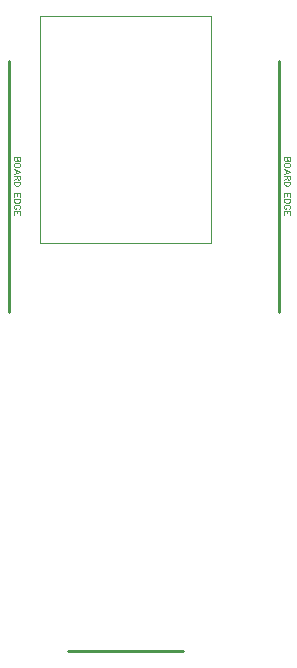
<source format=gbr>
G04 DipTrace 3.0.0.1*
G04 TopAssy.gbr*
%MOIN*%
G04 #@! TF.FileFunction,Drawing,Top*
G04 #@! TF.Part,Single*
%ADD10C,0.01*%
%ADD30C,0.003937*%
%ADD96C,0.003088*%
%FSLAX26Y26*%
G04*
G70*
G90*
G75*
G01*
G04 TopAssy*
%LPD*%
X518238Y2365879D2*
D10*
Y1528084D1*
X1418370Y2365879D2*
Y1528084D1*
X622816Y2516536D2*
D30*
X1194515D1*
Y1760625D1*
X622816D1*
Y2516536D1*
X717284Y401089D2*
D10*
X1099299D1*
X556537Y2046392D2*
D96*
X536441D1*
Y2037770D1*
X537414Y2034896D1*
X538364Y2033945D1*
X540266Y2032995D1*
X543140D1*
X545063Y2033945D1*
X546014Y2034896D1*
X546964Y2037770D1*
X547937Y2034896D1*
X548888Y2033945D1*
X550789Y2032995D1*
X552712D1*
X554614Y2033945D1*
X555586Y2034896D1*
X556537Y2037770D1*
Y2046392D1*
X546964D2*
Y2037770D1*
X556537Y2021071D2*
X555586Y2022994D1*
X553663Y2024896D1*
X551762Y2025869D1*
X548888Y2026819D1*
X544090D1*
X541238Y2025869D1*
X539315Y2024896D1*
X537414Y2022995D1*
X536441Y2021071D1*
Y2017247D1*
X537414Y2015345D1*
X539315Y2013422D1*
X541238Y2012471D1*
X544090Y2011521D1*
X548888D1*
X551762Y2012471D1*
X553663Y2013422D1*
X555586Y2015345D1*
X556537Y2017246D1*
Y2021071D1*
X536441Y1990024D2*
X556537Y1997696D1*
X536441Y2005345D1*
X543140Y2002471D2*
Y1992898D1*
X546964Y1983848D2*
Y1975249D1*
X547937Y1972375D1*
X548888Y1971402D1*
X550789Y1970451D1*
X552712D1*
X554614Y1971402D1*
X555586Y1972375D1*
X556537Y1975249D1*
Y1983848D1*
X536441D1*
X546964Y1977150D2*
X536441Y1970451D1*
X556537Y1964275D2*
X536441D1*
Y1957577D1*
X537414Y1954703D1*
X539315Y1952779D1*
X541238Y1951829D1*
X544090Y1950878D1*
X548888D1*
X551762Y1951829D1*
X553663Y1952779D1*
X555586Y1954703D1*
X556537Y1957577D1*
Y1964275D1*
Y1912837D2*
Y1925262D1*
X536441D1*
Y1912837D1*
X546964Y1925262D2*
Y1917613D1*
X556537Y1906662D2*
X536441D1*
Y1899963D1*
X537414Y1897089D1*
X539315Y1895166D1*
X541238Y1894215D1*
X544090Y1893264D1*
X548888D1*
X551762Y1894215D1*
X553663Y1895166D1*
X555586Y1897089D1*
X556537Y1899963D1*
Y1906662D1*
X551762Y1872741D2*
X553663Y1873691D1*
X555586Y1875615D1*
X556537Y1877516D1*
Y1881341D1*
X555586Y1883264D1*
X553663Y1885165D1*
X551762Y1886138D1*
X548888Y1887089D1*
X544090D1*
X541238Y1886138D1*
X539315Y1885165D1*
X537414Y1883264D1*
X536441Y1881341D1*
Y1877516D1*
X537414Y1875615D1*
X539315Y1873691D1*
X541238Y1872741D1*
X544090D1*
Y1877516D1*
X556537Y1854140D2*
Y1866565D1*
X536441D1*
Y1854140D1*
X546964Y1866565D2*
Y1858916D1*
X1456668Y2046392D2*
X1436572D1*
Y2037770D1*
X1437545Y2034896D1*
X1438495Y2033945D1*
X1440397Y2032995D1*
X1443271D1*
X1445194Y2033945D1*
X1446145Y2034896D1*
X1447095Y2037770D1*
X1448068Y2034896D1*
X1449019Y2033945D1*
X1450920Y2032995D1*
X1452843D1*
X1454745Y2033945D1*
X1455717Y2034896D1*
X1456668Y2037770D1*
Y2046392D1*
X1447095D2*
Y2037770D1*
X1456668Y2021071D2*
X1455717Y2022994D1*
X1453794Y2024896D1*
X1451893Y2025869D1*
X1449019Y2026819D1*
X1444221D1*
X1441370Y2025869D1*
X1439446Y2024896D1*
X1437545Y2022995D1*
X1436572Y2021071D1*
Y2017247D1*
X1437545Y2015345D1*
X1439446Y2013422D1*
X1441370Y2012471D1*
X1444221Y2011521D1*
X1449019D1*
X1451893Y2012471D1*
X1453794Y2013422D1*
X1455717Y2015345D1*
X1456668Y2017246D1*
Y2021071D1*
X1436572Y1990024D2*
X1456668Y1997696D1*
X1436572Y2005345D1*
X1443271Y2002471D2*
Y1992898D1*
X1447095Y1983848D2*
Y1975249D1*
X1448068Y1972375D1*
X1449019Y1971402D1*
X1450920Y1970451D1*
X1452843D1*
X1454745Y1971402D1*
X1455718Y1972375D1*
X1456668Y1975249D1*
Y1983848D1*
X1436572D1*
X1447095Y1977150D2*
X1436572Y1970451D1*
X1456668Y1964275D2*
X1436572D1*
Y1957577D1*
X1437545Y1954703D1*
X1439446Y1952779D1*
X1441370Y1951829D1*
X1444221Y1950878D1*
X1449019D1*
X1451893Y1951829D1*
X1453794Y1952779D1*
X1455718Y1954703D1*
X1456668Y1957577D1*
Y1964275D1*
Y1912837D2*
Y1925262D1*
X1436572D1*
Y1912837D1*
X1447095Y1925262D2*
Y1917613D1*
X1456668Y1906662D2*
X1436572D1*
Y1899963D1*
X1437545Y1897089D1*
X1439446Y1895166D1*
X1441370Y1894215D1*
X1444221Y1893264D1*
X1449019D1*
X1451893Y1894215D1*
X1453794Y1895166D1*
X1455718Y1897089D1*
X1456668Y1899963D1*
Y1906662D1*
X1451893Y1872741D2*
X1453794Y1873691D1*
X1455718Y1875615D1*
X1456668Y1877516D1*
Y1881341D1*
X1455718Y1883264D1*
X1453794Y1885165D1*
X1451893Y1886138D1*
X1449019Y1887089D1*
X1444221D1*
X1441370Y1886138D1*
X1439446Y1885165D1*
X1437545Y1883264D1*
X1436572Y1881341D1*
Y1877516D1*
X1437545Y1875615D1*
X1439446Y1873691D1*
X1441370Y1872741D1*
X1444221D1*
Y1877516D1*
X1456668Y1854140D2*
Y1866565D1*
X1436572D1*
Y1854140D1*
X1447095Y1866565D2*
Y1858916D1*
M02*

</source>
